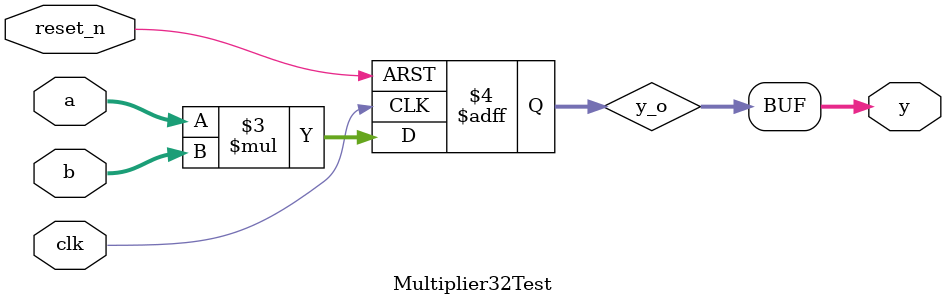
<source format=v>
module MultiplierTest (
    input clk,
    input reset_n,
    input [7:0] a,
    input [7:0] b,

    output [15:0] y
);

reg [15:0] y_o;

assign y = y_o;

always @(posedge clk or negedge reset_n) begin
    if (!reset_n) begin
        y_o <= 0;
    end else begin
        y_o <= a * b;
    end
end
    
endmodule


module Multiplier32Test (
    input clk,
    input reset_n,
    input [31:0] a,
    input [31:0] b,

    output [63:0] y
);

reg [63:0] y_o;

assign y = y_o;

always @(posedge clk or negedge reset_n) begin
    if (!reset_n) begin
        y_o <= 0;
    end else begin
        y_o <= a * b;
    end
end
    
endmodule
</source>
